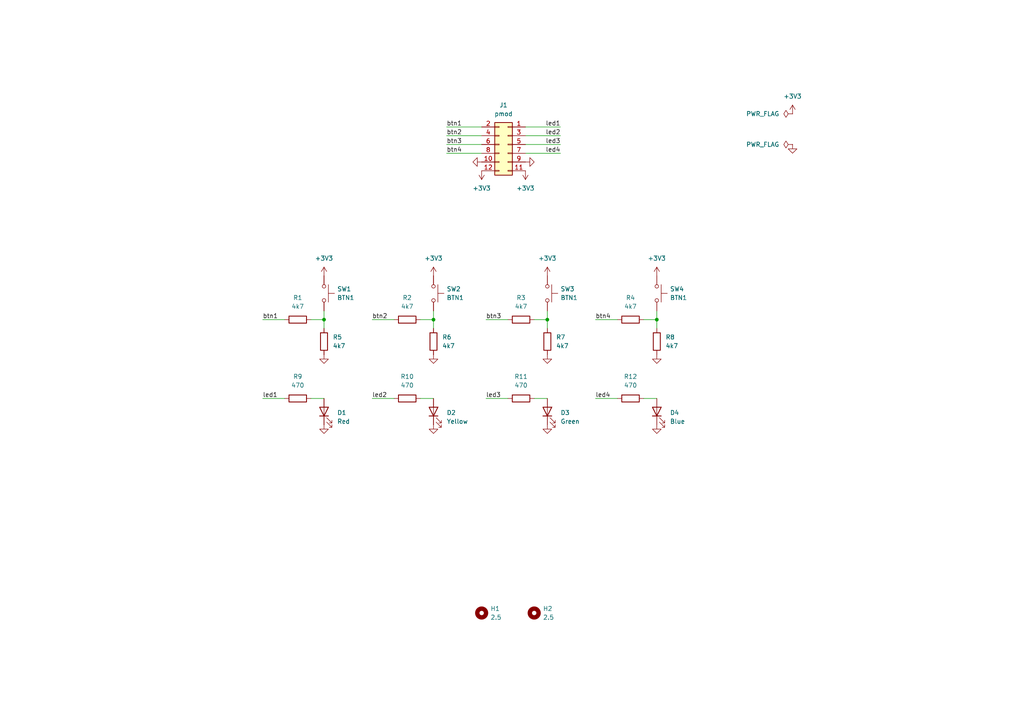
<source format=kicad_sch>
(kicad_sch (version 20230121) (generator eeschema)
  (paper "A4")
  (title_block (title "PMOD Semaphore") (date "2024-08-21") (rev "1.0") (company "S59MZ"))
  (lib_symbols
    (symbol "Connector_Generic:Conn_02x06_Odd_Even" (pin_names (offset 1.016) hide)
      (property "Reference" "J" (at 1.27 7.62 0))
      (property "Value" "Conn_02x06_Odd_Even" (at 1.27 -10.16 0))
      (symbol "Conn_02x06_Odd_Even_1_1"
        (rectangle (start -1.27 -7.493) (end 0 -7.747) (stroke (width 0.1524)))
        (rectangle (start -1.27 -4.953) (end 0 -5.207) (stroke (width 0.1524)))
        (rectangle (start -1.27 -2.413) (end 0 -2.667) (stroke (width 0.1524)))
        (rectangle (start -1.27 0.127) (end 0 -0.127) (stroke (width 0.1524)))
        (rectangle (start -1.27 2.667) (end 0 2.413) (stroke (width 0.1524)))
        (rectangle (start -1.27 5.207) (end 0 4.953) (stroke (width 0.1524)))
        (rectangle (start -1.27 6.35) (end 3.81 -8.89) (stroke (width 0.254)) (fill (type background)))
        (rectangle (start 3.81 -7.493) (end 2.54 -7.747) (stroke (width 0.1524)))
        (rectangle (start 3.81 -4.953) (end 2.54 -5.207) (stroke (width 0.1524)))
        (rectangle (start 3.81 -2.413) (end 2.54 -2.667) (stroke (width 0.1524)))
        (rectangle (start 3.81 0.127) (end 2.54 -0.127) (stroke (width 0.1524)))
        (rectangle (start 3.81 2.667) (end 2.54 2.413) (stroke (width 0.1524)))
        (rectangle (start 3.81 5.207) (end 2.54 4.953) (stroke (width 0.1524)))
        (pin passive line (at -5.08 5.08 0) (length 3.81) (name "Pin_1") (number "1"))
        (pin passive line (at 7.62 -5.08 180) (length 3.81) (name "Pin_10") (number "10"))
        (pin passive line (at -5.08 -7.62 0) (length 3.81) (name "Pin_11") (number "11"))
        (pin passive line (at 7.62 -7.62 180) (length 3.81) (name "Pin_12") (number "12"))
        (pin passive line (at 7.62 5.08 180) (length 3.81) (name "Pin_2") (number "2"))
        (pin passive line (at -5.08 2.54 0) (length 3.81) (name "Pin_3") (number "3"))
        (pin passive line (at 7.62 2.54 180) (length 3.81) (name "Pin_4") (number "4"))
        (pin passive line (at -5.08 0 0) (length 3.81) (name "Pin_5") (number "5"))
        (pin passive line (at 7.62 0 180) (length 3.81) (name "Pin_6") (number "6"))
        (pin passive line (at -5.08 -2.54 0) (length 3.81) (name "Pin_7") (number "7"))
        (pin passive line (at 7.62 -2.54 180) (length 3.81) (name "Pin_8") (number "8"))
        (pin passive line (at -5.08 -5.08 0) (length 3.81) (name "Pin_9") (number "9"))
      )
    )
    (symbol "Device:LED" (pin_numbers hide) (pin_names (offset 1.016) hide)
      (property "Reference" "D" (at 0 2.54 0))
      (property "Value" "LED" (at 0 -2.54 0))
      (symbol "LED_0_1"
        (polyline (pts (xy -1.27 -1.27) (xy -1.27 1.27)) (stroke (width 0.254)))
        (polyline (pts (xy -1.27 0) (xy 1.27 0)))
        (polyline (pts (xy 1.27 -1.27) (xy 1.27 1.27) (xy -1.27 0) (xy 1.27 -1.27)) (stroke (width 0.254)))
        (polyline (pts (xy -3.048 -0.762) (xy -4.572 -2.286) (xy -3.81 -2.286) (xy -4.572 -2.286) (xy -4.572 -1.524)))
        (polyline (pts (xy -1.778 -0.762) (xy -3.302 -2.286) (xy -2.54 -2.286) (xy -3.302 -2.286) (xy -3.302 -1.524)))
      )
      (symbol "LED_1_1"
        (pin passive line (at -3.81 0 0) (length 2.54) (name "K") (number "1"))
        (pin passive line (at 3.81 0 180) (length 2.54) (name "A") (number "2"))
      )
    )
    (symbol "Device:R" (pin_numbers hide) (pin_names (offset 0))
      (property "Reference" "R" (at 2.032 0 90))
      (property "Value" "R" (at 0 0 90))
      (symbol "R_0_1"
        (rectangle (start -1.016 -2.54) (end 1.016 2.54) (stroke (width 0.254)))
      )
      (symbol "R_1_1"
        (pin passive line (at 0 3.81 270) (length 1.27) (name "~") (number "1"))
        (pin passive line (at 0 -3.81 90) (length 1.27) (name "~") (number "2"))
      )
    )
    (symbol "Mechanical:MountingHole" (pin_names (offset 1.016))
      (property "Reference" "H" (at 0 5.08 0))
      (property "Value" "MountingHole" (at 0 3.175 0))
      (symbol "MountingHole_0_1"
        (circle (center 0 0) (radius 1.27) (stroke (width 1.27)))
      )
    )
    (symbol "Switch:SW_Push" (pin_numbers hide) (pin_names (offset 1.016) hide)
      (property "Reference" "SW" (at 1.27 2.54 0))
      (property "Value" "SW_Push" (at 0 -1.524 0))
      (symbol "SW_Push_0_1"
        (circle (center -2.032 0) (radius 0.508))
        (polyline (pts (xy 0 1.27) (xy 0 3.048)))
        (polyline (pts (xy 2.54 1.27) (xy -2.54 1.27)))
        (circle (center 2.032 0) (radius 0.508))
        (pin passive line (at -5.08 0 0) (length 2.54) (name "1") (number "1"))
        (pin passive line (at 5.08 0 180) (length 2.54) (name "2") (number "2"))
      )
    )
    (symbol "power:+3V3" (power) (pin_names (offset 0))
      (property "Value" "+3V3" (at 0 3.556 0))
      (symbol "+3V3_0_1"
        (polyline (pts (xy -0.762 1.27) (xy 0 2.54)))
        (polyline (pts (xy 0 0) (xy 0 2.54)))
        (polyline (pts (xy 0 2.54) (xy 0.762 1.27)))
      )
      (symbol "+3V3_1_1"
        (pin power_in line (at 0 0 90) (length 0) hide (name "+3V3") (number "1"))
      )
    )
    (symbol "power:GND" (power) (pin_names (offset 0))
      (property "Value" "GND" (at 0 -3.81 0))
      (symbol "GND_0_1"
        (polyline (pts (xy 0 0) (xy 0 -1.27) (xy 1.27 -1.27) (xy 0 -2.54) (xy -1.27 -1.27) (xy 0 -1.27)))
      )
      (symbol "GND_1_1"
        (pin power_in line (at 0 0 270) (length 0) hide (name "GND") (number "1"))
      )
    )
    (symbol "power:PWR_FLAG" (power) (pin_numbers hide) (pin_names (offset 0) hide)
      (property "Value" "PWR_FLAG" (at 0 3.81 0))
      (symbol "PWR_FLAG_0_0"
        (pin power_out line (at 0 0 90) (length 0) (name "pwr") (number "1"))
      )
      (symbol "PWR_FLAG_0_1"
        (polyline (pts (xy 0 0) (xy 0 1.27) (xy -1.016 1.905) (xy 0 2.54) (xy 1.016 1.905) (xy 0 1.27)))
      )
    )
  )
  (junction (at 93.98 92.71))
  (junction (at 190.5 92.71))
  (junction (at 125.73 92.71))
  (junction (at 158.75 92.71))
  (wire (pts (xy 125.73 92.71) (xy 125.73 90.17)))
  (wire (pts (xy 162.56 41.91) (xy 152.4 41.91)))
  (wire (pts (xy 90.17 92.71) (xy 93.98 92.71)))
  (wire (pts (xy 162.56 36.83) (xy 152.4 36.83)))
  (wire (pts (xy 154.94 92.71) (xy 158.75 92.71)))
  (wire (pts (xy 93.98 92.71) (xy 93.98 90.17)))
  (wire (pts (xy 179.07 115.57) (xy 172.72 115.57)))
  (wire (pts (xy 129.54 41.91) (xy 139.7 41.91)))
  (wire (pts (xy 114.3 92.71) (xy 107.95 92.71)))
  (wire (pts (xy 162.56 39.37) (xy 152.4 39.37)))
  (wire (pts (xy 121.92 115.57) (xy 125.73 115.57)))
  (wire (pts (xy 82.55 115.57) (xy 76.2 115.57)))
  (wire (pts (xy 121.92 92.71) (xy 125.73 92.71)))
  (wire (pts (xy 129.54 36.83) (xy 139.7 36.83)))
  (wire (pts (xy 90.17 115.57) (xy 93.98 115.57)))
  (wire (pts (xy 186.69 92.71) (xy 190.5 92.71)))
  (wire (pts (xy 147.32 92.71) (xy 140.97 92.71)))
  (wire (pts (xy 154.94 115.57) (xy 158.75 115.57)))
  (wire (pts (xy 114.3 115.57) (xy 107.95 115.57)))
  (wire (pts (xy 190.5 92.71) (xy 190.5 90.17)))
  (wire (pts (xy 93.98 95.25) (xy 93.98 92.71)))
  (wire (pts (xy 186.69 115.57) (xy 190.5 115.57)))
  (wire (pts (xy 158.75 92.71) (xy 158.75 90.17)))
  (wire (pts (xy 158.75 95.25) (xy 158.75 92.71)))
  (wire (pts (xy 147.32 115.57) (xy 140.97 115.57)))
  (wire (pts (xy 82.55 92.71) (xy 76.2 92.71)))
  (wire (pts (xy 129.54 39.37) (xy 139.7 39.37)))
  (wire (pts (xy 190.5 95.25) (xy 190.5 92.71)))
  (wire (pts (xy 179.07 92.71) (xy 172.72 92.71)))
  (wire (pts (xy 125.73 95.25) (xy 125.73 92.71)))
  (wire (pts (xy 162.56 44.45) (xy 152.4 44.45)))
  (wire (pts (xy 129.54 44.45) (xy 139.7 44.45)))
  (label "led4" (at 172.72 115.57 0))
  (label "led1" (at 76.2 115.57 0))
  (label "led2" (at 107.95 115.57 0))
  (label "led3" (at 162.56 41.91 180))
  (label "btn3" (at 140.97 92.71 0))
  (label "btn2" (at 129.54 39.37 0))
  (label "led4" (at 162.56 44.45 180))
  (label "btn1" (at 76.2 92.71 0))
  (label "led2" (at 162.56 39.37 180))
  (label "btn1" (at 129.54 36.83 0))
  (label "led3" (at 140.97 115.57 0))
  (label "btn2" (at 107.95 92.71 0))
  (label "btn3" (at 129.54 41.91 0))
  (label "btn4" (at 129.54 44.45 0))
  (label "btn4" (at 172.72 92.71 0))
  (label "led1" (at 162.56 36.83 180))
  (symbol (lib_id "Device:LED") (at 158.75 119.38 90) (unit 1)
    (property "Reference" "D3" (at 162.56 119.6975 90) (effects (justify right)))
    (property "Value" "Green" (at 162.56 122.2375 90) (effects (justify right)))
    (property "Footprint" "LED_THT:LED_D5.0mm" (effects hide))
  )
  (symbol (lib_id "Device:LED") (at 93.98 119.38 90) (unit 1)
    (property "Reference" "D1" (at 97.79 119.6975 90) (effects (justify right)))
    (property "Value" "Red" (at 97.79 122.2375 90) (effects (justify right)))
    (property "Footprint" "LED_THT:LED_D5.0mm" (effects hide))
  )
  (symbol (lib_id "power:GND") (at 158.75 123.19 0) (unit 1)
    (property "Reference" "#PWR015" (effects hide))
    (property "Value" "GND" (effects hide))
  )
  (symbol (lib_id "power:GND") (at 93.98 123.19 0) (unit 1)
    (property "Reference" "#PWR013" (effects hide))
    (property "Value" "GND" (effects hide))
  )
  (symbol (lib_id "Device:R") (at 86.36 92.71 90) (mirror x) (unit 1)
    (property "Reference" "R1" (at 86.36 86.36 90))
    (property "Value" "4k7" (at 86.36 88.9 90))
    (property "Footprint" "Resistor_SMD:R_0603_1608Metric_Pad0.98x0.95mm_HandSolder" (effects hide))
  )
  (symbol (lib_id "Device:R") (at 151.13 115.57 90) (mirror x) (unit 1)
    (property "Reference" "R11" (at 151.13 109.22 90))
    (property "Value" "470" (at 151.13 111.76 90))
    (property "Footprint" "Resistor_SMD:R_0603_1608Metric_Pad0.98x0.95mm_HandSolder" (effects hide))
  )
  (symbol (lib_id "power:+3V3") (at 158.75 80.01 0) (unit 1)
    (property "Reference" "#PWR07" (effects hide))
    (property "Value" "+3V3" (at 158.75 74.93 0))
  )
  (symbol (lib_id "power:GND") (at 93.98 102.87 0) (unit 1)
    (property "Reference" "#PWR09" (effects hide))
    (property "Value" "GND" (effects hide))
  )
  (symbol (lib_id "power:GND") (at 125.73 123.19 0) (unit 1)
    (property "Reference" "#PWR014" (effects hide))
    (property "Value" "GND" (effects hide))
  )
  (symbol (lib_id "power:GND") (at 190.5 102.87 0) (unit 1)
    (property "Reference" "#PWR012" (effects hide))
    (property "Value" "GND" (effects hide))
  )
  (symbol (lib_id "Mechanical:MountingHole") (at 139.7 177.8 0) (unit 1)
    (property "Reference" "H1" (at 142.24 176.5299 0) (effects (justify left)))
    (property "Value" "2.5" (at 142.24 179.0699 0) (effects (justify left)))
    (property "Footprint" "MountingHole:MountingHole_2.5mm" (effects hide))
  )
  (symbol (lib_id "Device:R") (at 86.36 115.57 90) (mirror x) (unit 1)
    (property "Reference" "R9" (at 86.36 109.22 90))
    (property "Value" "470" (at 86.36 111.76 90))
    (property "Footprint" "Resistor_SMD:R_0603_1608Metric_Pad0.98x0.95mm_HandSolder" (effects hide))
  )
  (symbol (lib_id "Device:R") (at 182.88 92.71 90) (mirror x) (unit 1)
    (property "Reference" "R4" (at 182.88 86.36 90))
    (property "Value" "4k7" (at 182.88 88.9 90))
    (property "Footprint" "Resistor_SMD:R_0603_1608Metric_Pad0.98x0.95mm_HandSolder" (effects hide))
  )
  (symbol (lib_id "power:GND") (at 190.5 123.19 0) (unit 1)
    (property "Reference" "#PWR016" (effects hide))
    (property "Value" "GND" (effects hide))
  )
  (symbol (lib_id "power:GND") (at 139.7 46.99 270) (mirror x) (unit 1)
    (property "Reference" "#PWR01" (effects hide))
    (property "Value" "GND" (effects hide))
  )
  (symbol (lib_id "power:+3V3") (at 190.5 80.01 0) (unit 1)
    (property "Reference" "#PWR08" (effects hide))
    (property "Value" "+3V3" (at 190.5 74.93 0))
  )
  (symbol (lib_id "Device:LED") (at 190.5 119.38 90) (unit 1)
    (property "Reference" "D4" (at 194.31 119.6975 90) (effects (justify right)))
    (property "Value" "Blue" (at 194.31 122.2375 90) (effects (justify right)))
    (property "Footprint" "LED_THT:LED_D5.0mm_Clear" (effects hide))
  )
  (symbol (lib_id "Mechanical:MountingHole") (at 154.94 177.8 0) (unit 1)
    (property "Reference" "H2" (at 157.48 176.5299 0) (effects (justify left)))
    (property "Value" "2.5" (at 157.48 179.0699 0) (effects (justify left)))
    (property "Footprint" "MountingHole:MountingHole_2.5mm" (effects hide))
  )
  (symbol (lib_id "Device:LED") (at 125.73 119.38 90) (unit 1)
    (property "Reference" "D2" (at 129.54 119.6974 90) (effects (justify right)))
    (property "Value" "Yellow" (at 129.54 122.2374 90) (effects (justify right)))
    (property "Footprint" "LED_THT:LED_D5.0mm" (effects hide))
  )
  (symbol (lib_id "Device:R") (at 190.5 99.06 0) (unit 1)
    (property "Reference" "R8" (at 193.04 97.79 0) (effects (justify left)))
    (property "Value" "4k7" (at 193.04 100.33 0) (effects (justify left)))
    (property "Footprint" "Resistor_SMD:R_0603_1608Metric_Pad0.98x0.95mm_HandSolder" (effects hide))
  )
  (symbol (lib_id "power:+3V3") (at 229.87 33.02 0) (unit 1)
    (property "Reference" "#PWR017" (effects hide))
    (property "Value" "+3V3" (at 229.87 27.94 0))
  )
  (symbol (lib_id "Device:R") (at 125.73 99.06 0) (unit 1)
    (property "Reference" "R6" (at 128.27 97.79 0) (effects (justify left)))
    (property "Value" "4k7" (at 128.27 100.33 0) (effects (justify left)))
    (property "Footprint" "Resistor_SMD:R_0603_1608Metric_Pad0.98x0.95mm_HandSolder" (effects hide))
  )
  (symbol (lib_id "Connector_Generic:Conn_02x06_Odd_Even") (at 147.32 41.91 0) (mirror y) (unit 1)
    (property "Reference" "J1" (at 146.05 30.48 0))
    (property "Value" "pmod" (at 146.05 33.02 0))
    (property "Footprint" "Library:PinHeader_2x06_P2.54mm_Horizontal" (effects hide))
  )
  (symbol (lib_id "Device:R") (at 182.88 115.57 90) (mirror x) (unit 1)
    (property "Reference" "R12" (at 182.88 109.22 90))
    (property "Value" "470" (at 182.88 111.76 90))
    (property "Footprint" "Resistor_SMD:R_0603_1608Metric_Pad0.98x0.95mm_HandSolder" (effects hide))
  )
  (symbol (lib_id "Switch:SW_Push") (at 190.5 85.09 270) (unit 1)
    (property "Reference" "SW4" (at 194.31 83.82 90) (effects (justify left)))
    (property "Value" "BTN1" (at 194.31 86.36 90) (effects (justify left)))
    (property "Footprint" "Button_Switch_THT:SW_PUSH_6mm" (effects hide))
  )
  (symbol (lib_id "power:PWR_FLAG") (at 229.87 41.91 90) (unit 1)
    (property "Reference" "#FLG02" (effects hide))
    (property "Value" "PWR_FLAG" (at 226.06 41.91 90) (effects (justify left)))
  )
  (symbol (lib_id "power:+3V3") (at 152.4 49.53 180) (unit 1)
    (property "Reference" "#PWR04" (effects hide))
    (property "Value" "+3V3" (at 152.4 54.61 0))
  )
  (symbol (lib_id "Device:R") (at 151.13 92.71 90) (mirror x) (unit 1)
    (property "Reference" "R3" (at 151.13 86.36 90))
    (property "Value" "4k7" (at 151.13 88.9 90))
    (property "Footprint" "Resistor_SMD:R_0603_1608Metric_Pad0.98x0.95mm_HandSolder" (effects hide))
  )
  (symbol (lib_id "power:+3V3") (at 93.98 80.01 0) (unit 1)
    (property "Reference" "#PWR05" (effects hide))
    (property "Value" "+3V3" (at 93.98 74.93 0))
  )
  (symbol (lib_id "power:GND") (at 229.87 41.91 0) (unit 1)
    (property "Reference" "#PWR018" (effects hide))
    (property "Value" "GND" (effects hide))
  )
  (symbol (lib_id "power:+3V3") (at 139.7 49.53 180) (unit 1)
    (property "Reference" "#PWR03" (effects hide))
    (property "Value" "+3V3" (at 139.7 54.61 0))
  )
  (symbol (lib_id "Device:R") (at 158.75 99.06 0) (unit 1)
    (property "Reference" "R7" (at 161.29 97.79 0) (effects (justify left)))
    (property "Value" "4k7" (at 161.29 100.33 0) (effects (justify left)))
    (property "Footprint" "Resistor_SMD:R_0603_1608Metric_Pad0.98x0.95mm_HandSolder" (effects hide))
  )
  (symbol (lib_id "power:GND") (at 152.4 46.99 90) (unit 1)
    (property "Reference" "#PWR02" (effects hide))
    (property "Value" "GND" (effects hide))
  )
  (symbol (lib_id "Device:R") (at 118.11 115.57 90) (mirror x) (unit 1)
    (property "Reference" "R10" (at 118.11 109.22 90))
    (property "Value" "470" (at 118.11 111.76 90))
    (property "Footprint" "Resistor_SMD:R_0603_1608Metric_Pad0.98x0.95mm_HandSolder" (effects hide))
  )
  (symbol (lib_id "Device:R") (at 93.98 99.06 0) (unit 1)
    (property "Reference" "R5" (at 96.52 97.79 0) (effects (justify left)))
    (property "Value" "4k7" (at 96.52 100.33 0) (effects (justify left)))
    (property "Footprint" "Resistor_SMD:R_0603_1608Metric_Pad0.98x0.95mm_HandSolder" (effects hide))
  )
  (symbol (lib_id "Switch:SW_Push") (at 125.73 85.09 270) (unit 1)
    (property "Reference" "SW2" (at 129.54 83.82 90) (effects (justify left)))
    (property "Value" "BTN1" (at 129.54 86.36 90) (effects (justify left)))
    (property "Footprint" "Button_Switch_THT:SW_PUSH_6mm" (effects hide))
  )
  (symbol (lib_id "power:+3V3") (at 125.73 80.01 0) (unit 1)
    (property "Reference" "#PWR06" (effects hide))
    (property "Value" "+3V3" (at 125.73 74.93 0))
  )
  (symbol (lib_id "power:PWR_FLAG") (at 229.87 33.02 90) (unit 1)
    (property "Reference" "#FLG01" (effects hide))
    (property "Value" "PWR_FLAG" (at 226.06 33.02 90) (effects (justify left)))
  )
  (symbol (lib_id "power:GND") (at 158.75 102.87 0) (unit 1)
    (property "Reference" "#PWR011" (effects hide))
    (property "Value" "GND" (effects hide))
  )
  (symbol (lib_id "power:GND") (at 125.73 102.87 0) (unit 1)
    (property "Reference" "#PWR010" (effects hide))
    (property "Value" "GND" (effects hide))
  )
  (symbol (lib_id "Device:R") (at 118.11 92.71 90) (mirror x) (unit 1)
    (property "Reference" "R2" (at 118.11 86.36 90))
    (property "Value" "4k7" (at 118.11 88.9 90))
    (property "Footprint" "Resistor_SMD:R_0603_1608Metric_Pad0.98x0.95mm_HandSolder" (effects hide))
  )
  (symbol (lib_id "Switch:SW_Push") (at 93.98 85.09 270) (unit 1)
    (property "Reference" "SW1" (at 97.79 83.82 90) (effects (justify left)))
    (property "Value" "BTN1" (at 97.79 86.36 90) (effects (justify left)))
    (property "Footprint" "Button_Switch_THT:SW_PUSH_6mm" (effects hide))
  )
  (symbol (lib_id "Switch:SW_Push") (at 158.75 85.09 270) (unit 1)
    (property "Reference" "SW3" (at 162.56 83.82 90) (effects (justify left)))
    (property "Value" "BTN1" (at 162.56 86.36 90) (effects (justify left)))
    (property "Footprint" "Button_Switch_THT:SW_PUSH_6mm" (effects hide))
  )
)
</source>
